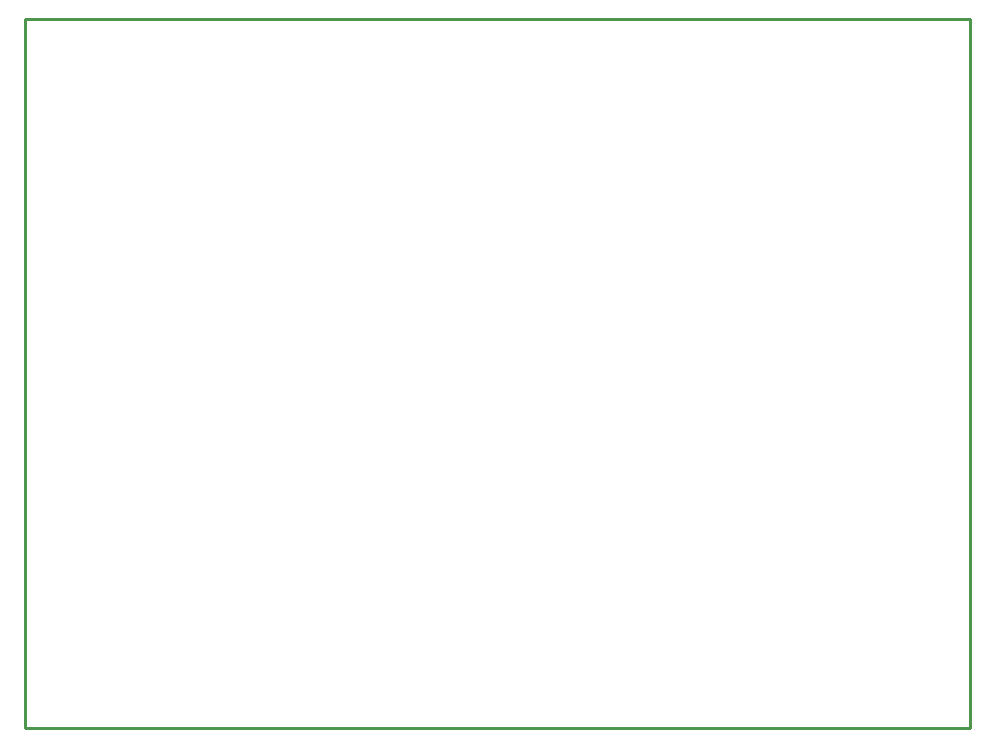
<source format=gko>
G04 Layer: BoardOutline*
G04 EasyEDA v6.4.25, 2021-12-28T21:41:51+00:00*
G04 Gerber Generator version 0.2*
G04 Scale: 100 percent, Rotated: No, Reflected: No *
G04 Dimensions in millimeters *
G04 leading zeros omitted , absolute positions ,4 integer and 5 decimal *
%FSLAX45Y45*%
%MOMM*%

%ADD10C,0.2540*%
D10*
X0Y10000000D02*
G01*
X7999999Y10000000D01*
X7999999Y3999999D01*
X0Y3999999D01*
X0Y10000000D01*

%LPD*%
M02*

</source>
